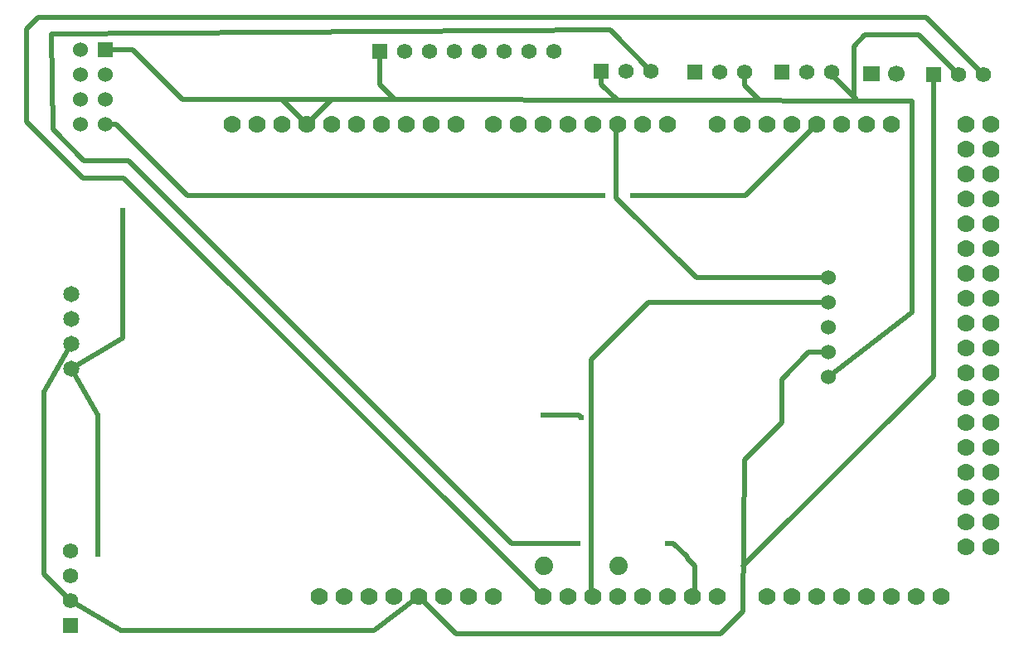
<source format=gtl>
G04 Layer: TopLayer*
G04 EasyEDA v6.5.50, 2025-05-10 22:03:40*
G04 3dfc61e0309445a68604fa7064afe25b,ba9dcde3079f4f00b3cbb53a4f6625ee,10*
G04 Gerber Generator version 0.2*
G04 Scale: 100 percent, Rotated: No, Reflected: No *
G04 Dimensions in millimeters *
G04 leading zeros omitted , absolute positions ,4 integer and 5 decimal *
%FSLAX45Y45*%
%MOMM*%

%AMMACRO1*21,1,$1,$2,0,0,$3*%
%ADD10C,0.5000*%
%ADD11C,1.7780*%
%ADD12C,1.5240*%
%ADD13MACRO1,1.5748X1.5748X0.0000*%
%ADD14C,1.5748*%
%ADD15R,1.5748X1.5748*%
%ADD16R,1.5240X1.5240*%
%ADD17R,1.7000X1.5748*%
%ADD18C,1.7000*%
%ADD19C,1.8796*%
%ADD20C,1.6500*%
%ADD21C,0.6200*%
%ADD22C,0.0100*%

%LPD*%
D10*
X4127500Y-2997200D02*
G01*
X4648200Y-3302000D01*
X7226300Y-3302000D01*
X7683500Y-2959100D01*
X12941300Y2374900D02*
G01*
X12941300Y-700956D01*
X10998200Y-2644056D01*
X9550400Y2413000D02*
G01*
X9550400Y2277856D01*
X9707356Y2120900D01*
X11010900Y2400300D02*
G01*
X11010900Y2264488D01*
X11154488Y2120900D01*
X11899900Y2400300D02*
G01*
X11899900Y2378120D01*
X12157120Y2120900D01*
X7442200Y2120900D02*
G01*
X6794500Y2120900D01*
X6540500Y1866900D01*
X6540500Y1866900D02*
G01*
X6286500Y2120900D01*
X5270500Y2120900D01*
X4762500Y2628900D01*
X4483100Y2628900D01*
X6286500Y2120900D02*
G01*
X6794500Y2120900D01*
X8953500Y-2959100D02*
G01*
X4673600Y1320800D01*
X4254500Y1320800D01*
X3683000Y1892300D01*
X3683000Y2781300D01*
X3683000Y2755851D02*
G01*
X3683000Y2844800D01*
X3797300Y2959100D01*
X12865100Y2959100D01*
X13449300Y2374900D01*
X10223500Y-2413000D02*
G01*
X10287000Y-2413000D01*
X10426700Y-2552700D01*
X10426700Y-2565400D01*
X10502900Y-2641600D01*
X10502900Y-2933700D01*
X10477500Y-2959100D01*
X10058400Y2413000D02*
G01*
X9639300Y2832100D01*
X3937000Y2794000D01*
X3949700Y1816100D01*
X4267200Y1498600D01*
X4724400Y1498600D01*
X8636000Y-2413000D01*
X9309100Y-2413000D01*
X9347200Y-1130300D02*
G01*
X9321800Y-1104900D01*
X8953500Y-1104900D01*
X13195300Y2374900D02*
G01*
X12788900Y2781300D01*
X12242800Y2781300D01*
X12128924Y2667424D01*
X12128924Y2109635D01*
X4483100Y1866900D02*
G01*
X4597400Y1866900D01*
X5321300Y1143000D01*
X9563100Y1143000D01*
X11747500Y1866900D02*
G01*
X11023600Y1143000D01*
X9867900Y1143000D01*
X4140072Y-376999D02*
G01*
X3860800Y-863475D01*
X3860800Y-2730500D01*
X4127500Y-2997200D01*
X4140327Y-630999D02*
G01*
X4660900Y-317627D01*
X4660900Y990600D01*
X4140327Y-630999D02*
G01*
X4406900Y-1104772D01*
X4406900Y-2527300D01*
X11867895Y299999D02*
G01*
X10520400Y299999D01*
X9702800Y1117600D01*
X9702800Y1854200D01*
X9715500Y1866900D01*
X11867895Y45999D02*
G01*
X10028199Y45999D01*
X9448800Y-533400D01*
X9448800Y-2946400D01*
X9461500Y-2959100D01*
X11867895Y-716000D02*
G01*
X12725400Y-52070D01*
X12725400Y2108200D01*
X7442200Y2120900D01*
X7289800Y2273300D01*
X7289800Y2616200D01*
X7683500Y-2959100D02*
G01*
X8064500Y-3340100D01*
X10769600Y-3340100D01*
X10998200Y-3111500D01*
X11010900Y-1562100D01*
X11391900Y-1181100D01*
X11391900Y-736600D01*
X11666474Y-462026D01*
X11867895Y-462026D01*
D11*
G01*
X5778500Y1866900D03*
G01*
X6032500Y1866900D03*
G01*
X6286500Y1866900D03*
G01*
X6540500Y1866900D03*
G01*
X6794500Y1866900D03*
G01*
X7048500Y1866900D03*
G01*
X7302500Y1866900D03*
G01*
X7556500Y1866900D03*
G01*
X7810500Y1866900D03*
G01*
X8064500Y1866900D03*
G01*
X8445500Y1866900D03*
G01*
X8699500Y1866900D03*
G01*
X8953500Y1866900D03*
G01*
X9207500Y1866900D03*
G01*
X9461500Y1866900D03*
G01*
X9715500Y1866900D03*
G01*
X9969500Y1866900D03*
G01*
X10223500Y1866900D03*
G01*
X10731500Y1866900D03*
G01*
X10985500Y1866900D03*
G01*
X11239500Y1866900D03*
G01*
X11493500Y1866900D03*
G01*
X11747500Y1866900D03*
G01*
X12001500Y1866900D03*
G01*
X12255500Y1866900D03*
G01*
X12509500Y1866900D03*
G01*
X13525500Y1866900D03*
G01*
X13271500Y1866900D03*
G01*
X13525500Y1612900D03*
G01*
X13525500Y1358900D03*
G01*
X13271500Y1612900D03*
G01*
X13271500Y1358900D03*
G01*
X13271500Y1104900D03*
G01*
X13525500Y1104900D03*
G01*
X13525500Y850900D03*
G01*
X13271500Y850900D03*
G01*
X13271500Y596900D03*
G01*
X13525500Y596900D03*
G01*
X13271500Y342900D03*
G01*
X13525500Y342900D03*
G01*
X13271500Y88900D03*
G01*
X13525500Y88900D03*
G01*
X13271500Y-165100D03*
G01*
X13525500Y-165100D03*
G01*
X13271500Y-419100D03*
G01*
X13525500Y-419100D03*
G01*
X13271500Y-673100D03*
G01*
X13525500Y-673100D03*
G01*
X13525500Y-927100D03*
G01*
X13271500Y-927100D03*
G01*
X13271500Y-1181100D03*
G01*
X13525500Y-1181100D03*
G01*
X13525500Y-1435100D03*
G01*
X13271500Y-1435100D03*
G01*
X13271500Y-1689100D03*
G01*
X13525500Y-1689100D03*
G01*
X13525500Y-1943100D03*
G01*
X13271500Y-1943100D03*
G01*
X13271500Y-2197100D03*
G01*
X13525500Y-2197100D03*
G01*
X13525500Y-2451100D03*
G01*
X13271500Y-2451100D03*
G01*
X13017500Y-2959100D03*
G01*
X12763500Y-2959100D03*
G01*
X12509500Y-2959100D03*
G01*
X12255500Y-2959100D03*
G01*
X12001500Y-2959100D03*
G01*
X11747500Y-2959100D03*
G01*
X11493500Y-2959100D03*
G01*
X11239500Y-2959100D03*
G01*
X10731500Y-2959100D03*
G01*
X10477500Y-2959100D03*
G01*
X10223500Y-2959100D03*
G01*
X9969500Y-2959100D03*
G01*
X9715500Y-2959100D03*
G01*
X9461500Y-2959100D03*
G01*
X9207500Y-2959100D03*
G01*
X8953500Y-2959100D03*
G01*
X8445500Y-2959100D03*
G01*
X8191500Y-2959100D03*
G01*
X7937500Y-2959100D03*
G01*
X7683500Y-2959100D03*
G01*
X7429500Y-2959100D03*
G01*
X7175500Y-2959100D03*
G01*
X6921500Y-2959100D03*
G01*
X6667500Y-2959100D03*
D12*
G01*
X12509500Y1866900D03*
D13*
G01*
X7289800Y2616200D03*
D14*
G01*
X7543800Y2616200D03*
G01*
X7797800Y2616200D03*
G01*
X8051800Y2616200D03*
G01*
X8305800Y2616200D03*
G01*
X8559800Y2616200D03*
G01*
X8813800Y2616200D03*
G01*
X9067800Y2616200D03*
G01*
X10058400Y2413000D03*
G01*
X9804400Y2413000D03*
D15*
G01*
X9550400Y2413000D03*
D14*
G01*
X11010900Y2400300D03*
G01*
X10756900Y2400300D03*
D15*
G01*
X10502900Y2400300D03*
D14*
G01*
X11899900Y2400300D03*
G01*
X11645900Y2400300D03*
D15*
G01*
X11391900Y2400300D03*
D12*
G01*
X4229100Y1866900D03*
G01*
X4483100Y1866900D03*
G01*
X4229100Y2120900D03*
G01*
X4483100Y2120900D03*
G01*
X4229100Y2374900D03*
G01*
X4483100Y2374900D03*
G01*
X4229100Y2628900D03*
D16*
G01*
X4483100Y2628900D03*
D12*
G01*
X11867895Y299999D03*
G01*
X11867895Y45999D03*
G01*
X11867895Y-208000D03*
G01*
X11867895Y-462000D03*
G01*
X11867895Y-716000D03*
D17*
G01*
X12306300Y2387600D03*
D18*
G01*
X12560300Y2387600D03*
D19*
G01*
X8966200Y-2641600D03*
G01*
X9728200Y-2641600D03*
D15*
G01*
X4127500Y-3251200D03*
D14*
G01*
X4127500Y-2997200D03*
G01*
X4127500Y-2743200D03*
G01*
X4127500Y-2489200D03*
G01*
X13449300Y2374900D03*
G01*
X13195300Y2374900D03*
D15*
G01*
X12941300Y2374900D03*
D20*
G01*
X4140072Y130987D03*
G01*
X4140072Y-123012D03*
G01*
X4140072Y-377012D03*
G01*
X4140327Y-631012D03*
D21*
G01*
X9309100Y-2413000D03*
G01*
X10223500Y-2413000D03*
G01*
X4660900Y990600D03*
G01*
X4406900Y-2527300D03*
G01*
X8953500Y-1104900D03*
G01*
X9347200Y-1130300D03*
G01*
X9563100Y1143000D03*
G01*
X9867900Y1143000D03*
M02*

</source>
